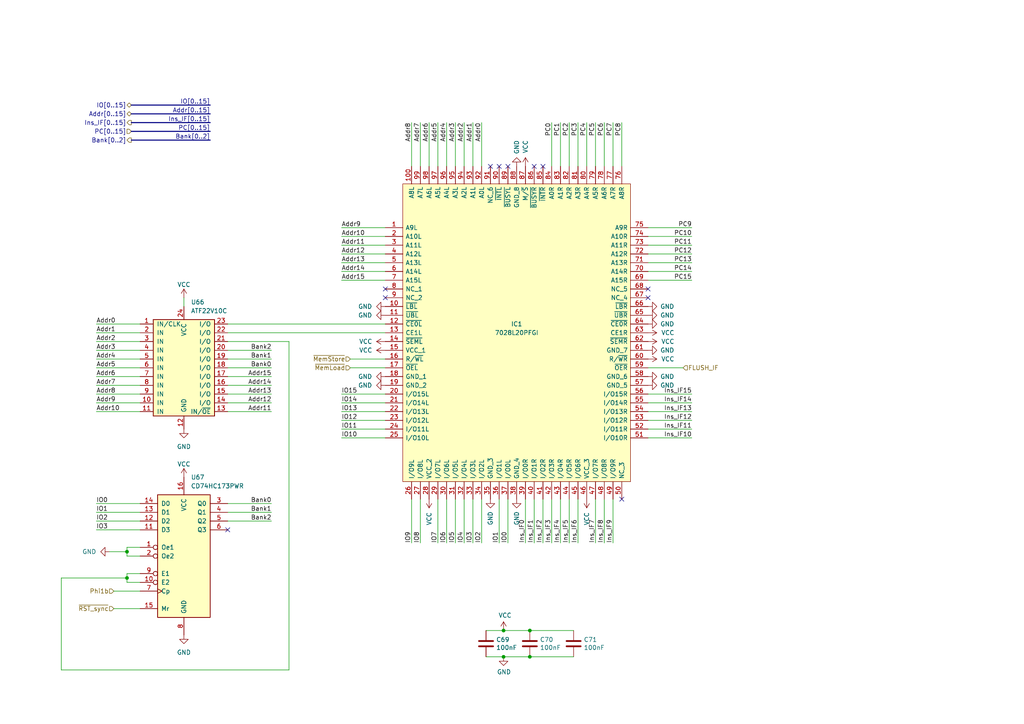
<source format=kicad_sch>
(kicad_sch (version 20211123) (generator eeschema)
  (paper "A4")
  (title_block (title "Turtle16: RAM") (date "2022-09-25") (rev "C") (comment 3 "instruction on the second read port.") (comment 4 "RAM is implemented with a 64K x 16 dual port SRAM so that the IF stage can fetch an"))
  (lib_symbols
    (symbol "74xx:74LS173" (pin_names (offset 1.016))
      (property "Reference" "U" (at -7.62 19.05 0))
      (property "Value" "74LS173" (at -7.62 -19.05 0))
      (symbol "74LS173_1_0"
        (pin input inverted (at -12.7 2.54 0) (length 5.08) (name "Oe1") (number "1"))
        (pin input inverted (at -12.7 -7.62 0) (length 5.08) (name "E2") (number "10"))
        (pin input line (at -12.7 7.62 0) (length 5.08) (name "D3") (number "11"))
        (pin input line (at -12.7 10.16 0) (length 5.08) (name "D2") (number "12"))
        (pin input line (at -12.7 12.7 0) (length 5.08) (name "D1") (number "13"))
        (pin input line (at -12.7 15.24 0) (length 5.08) (name "D0") (number "14"))
        (pin input line (at -12.7 -15.24 0) (length 5.08) (name "Mr") (number "15"))
        (pin power_in line (at 0 22.86 270) (length 5.08) (name "VCC") (number "16"))
        (pin input inverted (at -12.7 0 0) (length 5.08) (name "Oe2") (number "2"))
        (pin tri_state line (at 12.7 15.24 180) (length 5.08) (name "Q0") (number "3"))
        (pin tri_state line (at 12.7 12.7 180) (length 5.08) (name "Q1") (number "4"))
        (pin tri_state line (at 12.7 10.16 180) (length 5.08) (name "Q2") (number "5"))
        (pin tri_state line (at 12.7 7.62 180) (length 5.08) (name "Q3") (number "6"))
        (pin input clock (at -12.7 -10.16 0) (length 5.08) (name "Cp") (number "7"))
        (pin power_in line (at 0 -22.86 90) (length 5.08) (name "GND") (number "8"))
        (pin input inverted (at -12.7 -5.08 0) (length 5.08) (name "E1") (number "9"))
      )
      (symbol "74LS173_1_1"
        (rectangle (start -7.62 17.78) (end 7.62 -17.78) (stroke (width 0.254)) (fill (type background)))
      )
    )
    (symbol "Device:C" (pin_numbers hide) (pin_names (offset 0.254))
      (property "Reference" "C" (at 0.635 2.54 0))
      (property "Value" "C" (at 0.635 -2.54 0))
      (symbol "C_0_1"
        (polyline (pts (xy -2.032 -0.762) (xy 2.032 -0.762)) (stroke (width 0.508)))
        (polyline (pts (xy -2.032 0.762) (xy 2.032 0.762)) (stroke (width 0.508)))
      )
      (symbol "C_1_1"
        (pin passive line (at 0 3.81 270) (length 2.794) (name "~") (number "1"))
        (pin passive line (at 0 -3.81 90) (length 2.794) (name "~") (number "2"))
      )
    )
    (symbol "MEMModule-rescue:ATF22V10C-Logic_Programmable" (pin_names (offset 1.016))
      (property "Reference" "U" (at -7.62 17.78 0))
      (property "Value" "ATF22V10C-Logic_Programmable" (at -7.62 15.24 0))
      (symbol "ATF22V10C-Logic_Programmable_1_1"
        (rectangle (start -8.89 -15.24) (end 8.89 12.7) (stroke (width 0.254)) (fill (type background)))
        (pin input line (at -12.7 11.43 0) (length 3.81) (name "IN/CLK") (number "1"))
        (pin input line (at -12.7 -11.43 0) (length 3.81) (name "IN") (number "10"))
        (pin input line (at -12.7 -13.97 0) (length 3.81) (name "IN") (number "11"))
        (pin power_in line (at 0 -19.05 90) (length 3.81) (name "GND") (number "12"))
        (pin input line (at 12.7 -13.97 180) (length 3.81) (name "IN/~{OE}") (number "13"))
        (pin passive line (at 12.7 -11.43 180) (length 3.81) (name "I/O") (number "14"))
        (pin passive line (at 12.7 -8.89 180) (length 3.81) (name "I/O") (number "15"))
        (pin passive line (at 12.7 -6.35 180) (length 3.81) (name "I/O") (number "16"))
        (pin passive line (at 12.7 -3.81 180) (length 3.81) (name "I/O") (number "17"))
        (pin passive line (at 12.7 -1.27 180) (length 3.81) (name "I/O") (number "18"))
        (pin passive line (at 12.7 1.27 180) (length 3.81) (name "I/O") (number "19"))
        (pin input line (at -12.7 8.89 0) (length 3.81) (name "IN") (number "2"))
        (pin passive line (at 12.7 3.81 180) (length 3.81) (name "I/O") (number "20"))
        (pin passive line (at 12.7 6.35 180) (length 3.81) (name "I/O") (number "21"))
        (pin passive line (at 12.7 8.89 180) (length 3.81) (name "I/O") (number "22"))
        (pin passive line (at 12.7 11.43 180) (length 3.81) (name "I/O") (number "23"))
        (pin power_in line (at 0 16.51 270) (length 3.81) (name "VCC") (number "24"))
        (pin input line (at -12.7 6.35 0) (length 3.81) (name "IN") (number "3"))
        (pin input line (at -12.7 3.81 0) (length 3.81) (name "IN") (number "4"))
        (pin input line (at -12.7 1.27 0) (length 3.81) (name "IN") (number "5"))
        (pin input line (at -12.7 -1.27 0) (length 3.81) (name "IN") (number "6"))
        (pin input line (at -12.7 -3.81 0) (length 3.81) (name "IN") (number "7"))
        (pin input line (at -12.7 -6.35 0) (length 3.81) (name "IN") (number "8"))
        (pin input line (at -12.7 -8.89 0) (length 3.81) (name "IN") (number "9"))
      )
    )
    (symbol "Memory_RAM:7028L20PFGI" (pin_names (offset 0.762))
      (property "Reference" "IC" (at 72.39 17.78 0))
      (property "Value" "7028L20PFGI" (at 72.39 15.24 0))
      (symbol "7028L20PFGI_0_0"
        (pin passive line (at 0 0 0) (length 5.08) (name "A9L") (number "1"))
        (pin passive line (at 0 -22.86 0) (length 5.08) (name "~{LBL}") (number "10"))
        (pin passive line (at 7.62 17.78 270) (length 5.08) (name "A8L") (number "100"))
        (pin passive line (at 0 -25.4 0) (length 5.08) (name "~{UBL}") (number "11"))
        (pin passive line (at 0 -27.94 0) (length 5.08) (name "~{CE0L}") (number "12"))
        (pin passive line (at 0 -30.48 0) (length 5.08) (name "CE1L") (number "13"))
        (pin passive line (at 0 -33.02 0) (length 5.08) (name "~{SEML}") (number "14"))
        (pin passive line (at 0 -35.56 0) (length 5.08) (name "VCC_1") (number "15"))
        (pin passive line (at 0 -38.1 0) (length 5.08) (name "R/~{WL}") (number "16"))
        (pin passive line (at 0 -40.64 0) (length 5.08) (name "~{OEL}") (number "17"))
        (pin passive line (at 0 -43.18 0) (length 5.08) (name "GND_1") (number "18"))
        (pin passive line (at 0 -45.72 0) (length 5.08) (name "GND_2") (number "19"))
        (pin passive line (at 0 -2.54 0) (length 5.08) (name "A10L") (number "2"))
        (pin passive line (at 0 -48.26 0) (length 5.08) (name "I/O15L") (number "20"))
        (pin passive line (at 0 -50.8 0) (length 5.08) (name "I/O14L") (number "21"))
        (pin passive line (at 0 -53.34 0) (length 5.08) (name "I/O13L") (number "22"))
        (pin passive line (at 0 -55.88 0) (length 5.08) (name "I/O12L") (number "23"))
        (pin passive line (at 0 -58.42 0) (length 5.08) (name "I/O11L") (number "24"))
        (pin passive line (at 0 -60.96 0) (length 5.08) (name "I/O10L") (number "25"))
        (pin passive line (at 7.62 -78.74 90) (length 5.08) (name "I/O9L") (number "26"))
        (pin passive line (at 10.16 -78.74 90) (length 5.08) (name "I/O8L") (number "27"))
        (pin passive line (at 12.7 -78.74 90) (length 5.08) (name "VCC_2") (number "28"))
        (pin passive line (at 15.24 -78.74 90) (length 5.08) (name "I/O7L") (number "29"))
        (pin passive line (at 0 -5.08 0) (length 5.08) (name "A11L") (number "3"))
        (pin passive line (at 17.78 -78.74 90) (length 5.08) (name "I/O6L") (number "30"))
        (pin passive line (at 20.32 -78.74 90) (length 5.08) (name "I/O5L") (number "31"))
        (pin passive line (at 22.86 -78.74 90) (length 5.08) (name "I/O4L") (number "32"))
        (pin passive line (at 25.4 -78.74 90) (length 5.08) (name "I/O3L") (number "33"))
        (pin passive line (at 27.94 -78.74 90) (length 5.08) (name "I/O2L") (number "34"))
        (pin passive line (at 30.48 -78.74 90) (length 5.08) (name "GND_3") (number "35"))
        (pin passive line (at 33.02 -78.74 90) (length 5.08) (name "I/O1L") (number "36"))
        (pin passive line (at 35.56 -78.74 90) (length 5.08) (name "I/O0L") (number "37"))
        (pin passive line (at 38.1 -78.74 90) (length 5.08) (name "GND_4") (number "38"))
        (pin passive line (at 40.64 -78.74 90) (length 5.08) (name "I/O0R") (number "39"))
        (pin passive line (at 0 -7.62 0) (length 5.08) (name "A12L") (number "4"))
        (pin passive line (at 43.18 -78.74 90) (length 5.08) (name "I/O1R") (number "40"))
        (pin passive line (at 45.72 -78.74 90) (length 5.08) (name "I/O2R") (number "41"))
        (pin passive line (at 48.26 -78.74 90) (length 5.08) (name "I/O3R") (number "42"))
        (pin passive line (at 50.8 -78.74 90) (length 5.08) (name "I/O4R") (number "43"))
        (pin passive line (at 53.34 -78.74 90) (length 5.08) (name "I/O5R") (number "44"))
        (pin passive line (at 55.88 -78.74 90) (length 5.08) (name "I/O6R") (number "45"))
        (pin passive line (at 58.42 -78.74 90) (length 5.08) (name "VCC_3") (number "46"))
        (pin passive line (at 60.96 -78.74 90) (length 5.08) (name "I/O7R") (number "47"))
        (pin passive line (at 63.5 -78.74 90) (length 5.08) (name "I/O8R") (number "48"))
        (pin passive line (at 66.04 -78.74 90) (length 5.08) (name "I/O9R") (number "49"))
        (pin passive line (at 0 -10.16 0) (length 5.08) (name "A13L") (number "5"))
        (pin passive line (at 68.58 -78.74 90) (length 5.08) (name "NC_3") (number "50"))
        (pin passive line (at 76.2 -60.96 180) (length 5.08) (name "I/O10R") (number "51"))
        (pin passive line (at 76.2 -58.42 180) (length 5.08) (name "I/O11R") (number "52"))
        (pin passive line (at 76.2 -55.88 180) (length 5.08) (name "I/O12R") (number "53"))
        (pin passive line (at 76.2 -53.34 180) (length 5.08) (name "I/O13R") (number "54"))
        (pin passive line (at 76.2 -50.8 180) (length 5.08) (name "I/O14R") (number "55"))
        (pin passive line (at 76.2 -48.26 180) (length 5.08) (name "I/O15R") (number "56"))
        (pin passive line (at 76.2 -45.72 180) (length 5.08) (name "GND_5") (number "57"))
        (pin passive line (at 76.2 -43.18 180) (length 5.08) (name "GND_6") (number "58"))
        (pin passive line (at 76.2 -40.64 180) (length 5.08) (name "~{OER}") (number "59"))
        (pin passive line (at 0 -12.7 0) (length 5.08) (name "A14L") (number "6"))
        (pin passive line (at 76.2 -38.1 180) (length 5.08) (name "R/~{WR}") (number "60"))
        (pin passive line (at 76.2 -35.56 180) (length 5.08) (name "GND_7") (number "61"))
        (pin passive line (at 76.2 -33.02 180) (length 5.08) (name "~{SEMR}") (number "62"))
        (pin passive line (at 76.2 -30.48 180) (length 5.08) (name "CE1R") (number "63"))
        (pin passive line (at 76.2 -27.94 180) (length 5.08) (name "~{CE0R}") (number "64"))
        (pin passive line (at 76.2 -25.4 180) (length 5.08) (name "~{UBR}") (number "65"))
        (pin passive line (at 76.2 -22.86 180) (length 5.08) (name "~{LBR}") (number "66"))
        (pin passive line (at 76.2 -20.32 180) (length 5.08) (name "NC_4") (number "67"))
        (pin passive line (at 76.2 -17.78 180) (length 5.08) (name "NC_5") (number "68"))
        (pin passive line (at 76.2 -15.24 180) (length 5.08) (name "A15R") (number "69"))
        (pin passive line (at 0 -15.24 0) (length 5.08) (name "A15L") (number "7"))
        (pin passive line (at 76.2 -12.7 180) (length 5.08) (name "A14R") (number "70"))
        (pin passive line (at 76.2 -10.16 180) (length 5.08) (name "A13R") (number "71"))
        (pin passive line (at 76.2 -7.62 180) (length 5.08) (name "A12R") (number "72"))
        (pin passive line (at 76.2 -5.08 180) (length 5.08) (name "A11R") (number "73"))
        (pin passive line (at 76.2 -2.54 180) (length 5.08) (name "A10R") (number "74"))
        (pin passive line (at 76.2 0 180) (length 5.08) (name "A9R") (number "75"))
        (pin passive line (at 68.58 17.78 270) (length 5.08) (name "A8R") (number "76"))
        (pin passive line (at 66.04 17.78 270) (length 5.08) (name "A7R") (number "77"))
        (pin passive line (at 63.5 17.78 270) (length 5.08) (name "A6R") (number "78"))
        (pin passive line (at 60.96 17.78 270) (length 5.08) (name "A5R") (number "79"))
        (pin passive line (at 0 -17.78 0) (length 5.08) (name "NC_1") (number "8"))
        (pin passive line (at 58.42 17.78 270) (length 5.08) (name "A4R") (number "80"))
        (pin passive line (at 55.88 17.78 270) (length 5.08) (name "A3R") (number "81"))
        (pin passive line (at 53.34 17.78 270) (length 5.08) (name "A2R") (number "82"))
        (pin passive line (at 50.8 17.78 270) (length 5.08) (name "A1R") (number "83"))
        (pin passive line (at 48.26 17.78 270) (length 5.08) (name "A0R") (number "84"))
        (pin passive line (at 45.72 17.78 270) (length 5.08) (name "~{INTR}") (number "85"))
        (pin passive line (at 43.18 17.78 270) (length 5.08) (name "~{BUSYR}") (number "86"))
        (pin passive line (at 40.64 17.78 270) (length 5.08) (name "M/~{S}") (number "87"))
        (pin passive line (at 38.1 17.78 270) (length 5.08) (name "GND_8") (number "88"))
        (pin passive line (at 35.56 17.78 270) (length 5.08) (name "~{BUSYL}") (number "89"))
        (pin passive line (at 0 -20.32 0) (length 5.08) (name "NC_2") (number "9"))
        (pin passive line (at 33.02 17.78 270) (length 5.08) (name "~{INTL}") (number "90"))
        (pin passive line (at 30.48 17.78 270) (length 5.08) (name "NC_6") (number "91"))
        (pin passive line (at 27.94 17.78 270) (length 5.08) (name "A0L") (number "92"))
        (pin passive line (at 25.4 17.78 270) (length 5.08) (name "A1L") (number "93"))
        (pin passive line (at 22.86 17.78 270) (length 5.08) (name "A2L") (number "94"))
        (pin passive line (at 20.32 17.78 270) (length 5.08) (name "A3L") (number "95"))
        (pin passive line (at 17.78 17.78 270) (length 5.08) (name "A4L") (number "96"))
        (pin passive line (at 15.24 17.78 270) (length 5.08) (name "A5L") (number "97"))
        (pin passive line (at 12.7 17.78 270) (length 5.08) (name "A6L") (number "98"))
        (pin passive line (at 10.16 17.78 270) (length 5.08) (name "A7L") (number "99"))
      )
      (symbol "7028L20PFGI_0_1"
        (polyline (pts (xy 5.08 12.7) (xy 71.12 12.7) (xy 71.12 -73.66) (xy 5.08 -73.66) (xy 5.08 12.7)) (stroke (width 0.1524)) (fill (type background)))
      )
    )
    (symbol "power:GND" (power) (pin_names (offset 0))
      (property "Value" "GND" (at 0 -3.81 0))
      (symbol "GND_0_1"
        (polyline (pts (xy 0 0) (xy 0 -1.27) (xy 1.27 -1.27) (xy 0 -2.54) (xy -1.27 -1.27) (xy 0 -1.27)))
      )
      (symbol "GND_1_1"
        (pin power_in line (at 0 0 270) (length 0) hide (name "GND") (number "1"))
      )
    )
    (symbol "power:VCC" (power) (pin_names (offset 0))
      (property "Value" "VCC" (at 0 3.81 0))
      (symbol "VCC_0_1"
        (polyline (pts (xy -0.762 1.27) (xy 0 2.54)))
        (polyline (pts (xy 0 0) (xy 0 2.54)))
        (polyline (pts (xy 0 2.54) (xy 0.762 1.27)))
      )
      (symbol "VCC_1_1"
        (pin power_in line (at 0 0 90) (length 0) hide (name "VCC") (number "1"))
      )
    )
  )
  (junction (at 146.05 182.88))
  (junction (at 146.05 190.5))
  (junction (at 153.67 182.88))
  (junction (at 36.83 167.64))
  (junction (at 36.83 160.02))
  (junction (at 153.67 190.5))
  (no_connect (at 66.04 153.67))
  (no_connect (at 157.48 48.26))
  (no_connect (at 154.94 48.26))
  (no_connect (at 144.78 48.26))
  (no_connect (at 147.32 48.26))
  (no_connect (at 111.76 83.82))
  (no_connect (at 111.76 86.36))
  (no_connect (at 180.34 144.78))
  (no_connect (at 142.24 48.26))
  (no_connect (at 187.96 83.82))
  (no_connect (at 187.96 86.36))
  (wire (pts (xy 27.94 146.05) (xy 40.64 146.05)))
  (bus (pts (xy 38.1 40.64) (xy 60.96 40.64)))
  (wire (pts (xy 27.94 101.6) (xy 40.64 101.6)))
  (wire (pts (xy 27.94 114.3) (xy 40.64 114.3)))
  (wire (pts (xy 27.94 151.13) (xy 40.64 151.13)))
  (wire (pts (xy 180.34 35.56) (xy 180.34 48.26)))
  (wire (pts (xy 78.74 116.84) (xy 66.04 116.84)))
  (wire (pts (xy 17.78 194.31) (xy 83.82 194.31)))
  (wire (pts (xy 200.66 127) (xy 187.96 127)))
  (wire (pts (xy 66.04 99.06) (xy 83.82 99.06)))
  (wire (pts (xy 36.83 166.37) (xy 36.83 167.64)))
  (wire (pts (xy 40.64 158.75) (xy 36.83 158.75)))
  (wire (pts (xy 27.94 119.38) (xy 40.64 119.38)))
  (wire (pts (xy 27.94 148.59) (xy 40.64 148.59)))
  (wire (pts (xy 27.94 104.14) (xy 40.64 104.14)))
  (wire (pts (xy 78.74 114.3) (xy 66.04 114.3)))
  (wire (pts (xy 99.06 114.3) (xy 111.76 114.3)))
  (wire (pts (xy 134.62 157.48) (xy 134.62 144.78)))
  (wire (pts (xy 144.78 157.48) (xy 144.78 144.78)))
  (wire (pts (xy 167.64 157.48) (xy 167.64 144.78)))
  (wire (pts (xy 124.46 35.56) (xy 124.46 48.26)))
  (wire (pts (xy 132.08 157.48) (xy 132.08 144.78)))
  (wire (pts (xy 27.94 93.98) (xy 40.64 93.98)))
  (wire (pts (xy 27.94 109.22) (xy 40.64 109.22)))
  (wire (pts (xy 36.83 167.64) (xy 17.78 167.64)))
  (bus (pts (xy 38.1 35.56) (xy 60.96 35.56)))
  (wire (pts (xy 119.38 35.56) (xy 119.38 48.26)))
  (wire (pts (xy 167.64 35.56) (xy 167.64 48.26)))
  (wire (pts (xy 162.56 35.56) (xy 162.56 48.26)))
  (wire (pts (xy 78.74 151.13) (xy 66.04 151.13)))
  (wire (pts (xy 27.94 96.52) (xy 40.64 96.52)))
  (wire (pts (xy 200.66 124.46) (xy 187.96 124.46)))
  (wire (pts (xy 36.83 158.75) (xy 36.83 160.02)))
  (wire (pts (xy 99.06 68.58) (xy 111.76 68.58)))
  (wire (pts (xy 99.06 78.74) (xy 111.76 78.74)))
  (wire (pts (xy 99.06 119.38) (xy 111.76 119.38)))
  (wire (pts (xy 78.74 101.6) (xy 66.04 101.6)))
  (wire (pts (xy 53.34 86.36) (xy 53.34 88.9)))
  (wire (pts (xy 36.83 168.91) (xy 40.64 168.91)))
  (wire (pts (xy 129.54 157.48) (xy 129.54 144.78)))
  (wire (pts (xy 200.66 78.74) (xy 187.96 78.74)))
  (wire (pts (xy 175.26 157.48) (xy 175.26 144.78)))
  (wire (pts (xy 33.02 171.45) (xy 40.64 171.45)))
  (wire (pts (xy 140.97 182.88) (xy 146.05 182.88)))
  (wire (pts (xy 172.72 35.56) (xy 172.72 48.26)))
  (wire (pts (xy 99.06 73.66) (xy 111.76 73.66)))
  (wire (pts (xy 200.66 76.2) (xy 187.96 76.2)))
  (wire (pts (xy 36.83 167.64) (xy 36.83 168.91)))
  (wire (pts (xy 200.66 71.12) (xy 187.96 71.12)))
  (wire (pts (xy 200.66 81.28) (xy 187.96 81.28)))
  (wire (pts (xy 147.32 157.48) (xy 147.32 144.78)))
  (wire (pts (xy 121.92 157.48) (xy 121.92 144.78)))
  (wire (pts (xy 129.54 35.56) (xy 129.54 48.26)))
  (wire (pts (xy 78.74 146.05) (xy 66.04 146.05)))
  (wire (pts (xy 177.8 157.48) (xy 177.8 144.78)))
  (wire (pts (xy 99.06 121.92) (xy 111.76 121.92)))
  (wire (pts (xy 78.74 119.38) (xy 66.04 119.38)))
  (wire (pts (xy 83.82 99.06) (xy 83.82 194.31)))
  (wire (pts (xy 66.04 93.98) (xy 111.76 93.98)))
  (wire (pts (xy 170.18 35.56) (xy 170.18 48.26)))
  (wire (pts (xy 99.06 71.12) (xy 111.76 71.12)))
  (wire (pts (xy 137.16 35.56) (xy 137.16 48.26)))
  (wire (pts (xy 132.08 35.56) (xy 132.08 48.26)))
  (wire (pts (xy 153.67 190.5) (xy 146.05 190.5)))
  (wire (pts (xy 200.66 68.58) (xy 187.96 68.58)))
  (wire (pts (xy 33.02 176.53) (xy 40.64 176.53)))
  (wire (pts (xy 200.66 121.92) (xy 187.96 121.92)))
  (wire (pts (xy 121.92 35.56) (xy 121.92 48.26)))
  (wire (pts (xy 200.66 73.66) (xy 187.96 73.66)))
  (wire (pts (xy 17.78 167.64) (xy 17.78 194.31)))
  (wire (pts (xy 27.94 106.68) (xy 40.64 106.68)))
  (wire (pts (xy 172.72 157.48) (xy 172.72 144.78)))
  (wire (pts (xy 127 157.48) (xy 127 144.78)))
  (wire (pts (xy 166.37 190.5) (xy 153.67 190.5)))
  (wire (pts (xy 27.94 111.76) (xy 40.64 111.76)))
  (wire (pts (xy 27.94 99.06) (xy 40.64 99.06)))
  (bus (pts (xy 38.1 38.1) (xy 60.96 38.1)))
  (wire (pts (xy 200.66 114.3) (xy 187.96 114.3)))
  (wire (pts (xy 99.06 127) (xy 111.76 127)))
  (wire (pts (xy 137.16 157.48) (xy 137.16 144.78)))
  (wire (pts (xy 175.26 35.56) (xy 175.26 48.26)))
  (wire (pts (xy 78.74 104.14) (xy 66.04 104.14)))
  (wire (pts (xy 165.1 35.56) (xy 165.1 48.26)))
  (wire (pts (xy 99.06 81.28) (xy 111.76 81.28)))
  (wire (pts (xy 119.38 157.48) (xy 119.38 144.78)))
  (wire (pts (xy 78.74 148.59) (xy 66.04 148.59)))
  (wire (pts (xy 101.6 104.14) (xy 111.76 104.14)))
  (wire (pts (xy 177.8 35.56) (xy 177.8 48.26)))
  (wire (pts (xy 162.56 157.48) (xy 162.56 144.78)))
  (wire (pts (xy 78.74 109.22) (xy 66.04 109.22)))
  (wire (pts (xy 27.94 116.84) (xy 40.64 116.84)))
  (wire (pts (xy 154.94 157.48) (xy 154.94 144.78)))
  (wire (pts (xy 146.05 182.88) (xy 153.67 182.88)))
  (wire (pts (xy 78.74 111.76) (xy 66.04 111.76)))
  (wire (pts (xy 66.04 96.52) (xy 111.76 96.52)))
  (wire (pts (xy 36.83 160.02) (xy 36.83 161.29)))
  (wire (pts (xy 127 35.56) (xy 127 48.26)))
  (wire (pts (xy 200.66 116.84) (xy 187.96 116.84)))
  (wire (pts (xy 139.7 35.56) (xy 139.7 48.26)))
  (wire (pts (xy 99.06 124.46) (xy 111.76 124.46)))
  (wire (pts (xy 78.74 106.68) (xy 66.04 106.68)))
  (wire (pts (xy 146.05 190.5) (xy 140.97 190.5)))
  (wire (pts (xy 160.02 35.56) (xy 160.02 48.26)))
  (wire (pts (xy 134.62 35.56) (xy 134.62 48.26)))
  (wire (pts (xy 99.06 76.2) (xy 111.76 76.2)))
  (wire (pts (xy 157.48 157.48) (xy 157.48 144.78)))
  (wire (pts (xy 99.06 116.84) (xy 111.76 116.84)))
  (wire (pts (xy 27.94 153.67) (xy 40.64 153.67)))
  (wire (pts (xy 165.1 157.48) (xy 165.1 144.78)))
  (wire (pts (xy 160.02 157.48) (xy 160.02 144.78)))
  (wire (pts (xy 153.67 182.88) (xy 166.37 182.88)))
  (wire (pts (xy 198.12 106.68) (xy 187.96 106.68)))
  (wire (pts (xy 40.64 166.37) (xy 36.83 166.37)))
  (bus (pts (xy 38.1 30.48) (xy 60.96 30.48)))
  (wire (pts (xy 31.75 160.02) (xy 36.83 160.02)))
  (wire (pts (xy 36.83 161.29) (xy 40.64 161.29)))
  (wire (pts (xy 139.7 157.48) (xy 139.7 144.78)))
  (wire (pts (xy 101.6 106.68) (xy 111.76 106.68)))
  (bus (pts (xy 38.1 33.02) (xy 60.96 33.02)))
  (wire (pts (xy 200.66 119.38) (xy 187.96 119.38)))
  (wire (pts (xy 99.06 66.04) (xy 111.76 66.04)))
  (wire (pts (xy 200.66 66.04) (xy 187.96 66.04)))
  (wire (pts (xy 152.4 157.48) (xy 152.4 144.78)))
  (label "Ins_IF8" (at 175.26 157.48 90))
  (label "Ins_IF1" (at 154.94 157.48 90))
  (label "Addr0" (at 139.7 35.56 270))
  (label "Bank0" (at 78.74 146.05 180))
  (label "IO0" (at 147.32 157.48 90))
  (label "Ins_IF4" (at 162.56 157.48 90))
  (label "PC1" (at 162.56 35.56 270))
  (label "IO5" (at 132.08 157.48 90))
  (label "Ins_IF7" (at 172.72 157.48 90))
  (label "Bank2" (at 78.74 101.6 180))
  (label "IO0" (at 27.94 146.05 0))
  (label "IO2" (at 139.7 157.48 90))
  (label "Addr2" (at 134.62 35.56 270))
  (label "IO[0..15]" (at 60.96 30.48 180))
  (label "Ins_IF3" (at 160.02 157.48 90))
  (label "Ins_IF14" (at 200.66 116.84 180))
  (label "Bank2" (at 78.74 151.13 180))
  (label "IO1" (at 27.94 148.59 0))
  (label "Addr12" (at 78.74 116.84 180))
  (label "Ins_IF6" (at 167.64 157.48 90))
  (label "Ins_IF11" (at 200.66 124.46 180))
  (label "IO14" (at 99.06 116.84 0))
  (label "PC7" (at 177.8 35.56 270))
  (label "PC13" (at 200.66 76.2 180))
  (label "PC15" (at 200.66 81.28 180))
  (label "Addr9" (at 27.94 116.84 0))
  (label "Ins_IF12" (at 200.66 121.92 180))
  (label "Addr9" (at 99.06 66.04 0))
  (label "Bank[0..2]" (at 60.96 40.64 180))
  (label "Addr6" (at 124.46 35.56 270))
  (label "Addr13" (at 99.06 76.2 0))
  (label "PC[0..15]" (at 60.96 38.1 180))
  (label "Addr7" (at 121.92 35.56 270))
  (label "IO13" (at 99.06 119.38 0))
  (label "Addr5" (at 27.94 106.68 0))
  (label "PC4" (at 170.18 35.56 270))
  (label "Addr0" (at 27.94 93.98 0))
  (label "Ins_IF15" (at 200.66 114.3 180))
  (label "Addr14" (at 99.06 78.74 0))
  (label "Addr11" (at 99.06 71.12 0))
  (label "Ins_IF0" (at 152.4 157.48 90))
  (label "Addr10" (at 27.94 119.38 0))
  (label "Addr2" (at 27.94 99.06 0))
  (label "IO1" (at 144.78 157.48 90))
  (label "Bank1" (at 78.74 148.59 180))
  (label "IO15" (at 99.06 114.3 0))
  (label "Ins_IF[0..15]" (at 60.96 35.56 180))
  (label "Addr15" (at 99.06 81.28 0))
  (label "PC9" (at 200.66 66.04 180))
  (label "Addr14" (at 78.74 111.76 180))
  (label "Addr4" (at 27.94 104.14 0))
  (label "Addr7" (at 27.94 111.76 0))
  (label "Ins_IF2" (at 157.48 157.48 90))
  (label "Ins_IF10" (at 200.66 127 180))
  (label "IO3" (at 27.94 153.67 0))
  (label "IO8" (at 121.92 157.48 90))
  (label "IO6" (at 129.54 157.48 90))
  (label "Bank1" (at 78.74 104.14 180))
  (label "Ins_IF5" (at 165.1 157.48 90))
  (label "Ins_IF9" (at 177.8 157.48 90))
  (label "PC5" (at 172.72 35.56 270))
  (label "Addr15" (at 78.74 109.22 180))
  (label "IO7" (at 127 157.48 90))
  (label "Addr6" (at 27.94 109.22 0))
  (label "Addr12" (at 99.06 73.66 0))
  (label "Addr1" (at 137.16 35.56 270))
  (label "Addr10" (at 99.06 68.58 0))
  (label "Addr11" (at 78.74 119.38 180))
  (label "IO11" (at 99.06 124.46 0))
  (label "PC2" (at 165.1 35.56 270))
  (label "PC0" (at 160.02 35.56 270))
  (label "PC6" (at 175.26 35.56 270))
  (label "Ins_IF13" (at 200.66 119.38 180))
  (label "IO4" (at 134.62 157.48 90))
  (label "PC10" (at 200.66 68.58 180))
  (label "Addr8" (at 27.94 114.3 0))
  (label "Addr3" (at 132.08 35.56 270))
  (label "Bank0" (at 78.74 106.68 180))
  (label "IO2" (at 27.94 151.13 0))
  (label "PC3" (at 167.64 35.56 270))
  (label "PC14" (at 200.66 78.74 180))
  (label "Addr13" (at 78.74 114.3 180))
  (label "IO12" (at 99.06 121.92 0))
  (label "Addr[0..15]" (at 60.96 33.02 180))
  (label "Addr4" (at 129.54 35.56 270))
  (label "Addr5" (at 127 35.56 270))
  (label "Addr3" (at 27.94 101.6 0))
  (label "Addr1" (at 27.94 96.52 0))
  (label "PC11" (at 200.66 71.12 180))
  (label "Addr8" (at 119.38 35.56 270))
  (label "IO3" (at 137.16 157.48 90))
  (label "PC12" (at 200.66 73.66 180))
  (label "PC8" (at 180.34 35.56 270))
  (label "IO9" (at 119.38 157.48 90))
  (label "IO10" (at 99.06 127 0))
  (hierarchical_label "IO[0..15]" (shape tri_state) (at 38.1 30.48 180))
  (hierarchical_label "~{RST_sync}" (shape input) (at 33.02 176.53 180))
  (hierarchical_label "Bank[0..2]" (shape output) (at 38.1 40.64 180))
  (hierarchical_label "PC[0..15]" (shape input) (at 38.1 38.1 180))
  (hierarchical_label "Phi1b" (shape input) (at 33.02 171.45 180))
  (hierarchical_label "FLUSH_IF" (shape input) (at 198.12 106.68 0))
  (hierarchical_label "Addr[0..15]" (shape tri_state) (at 38.1 33.02 180))
  (hierarchical_label "Ins_IF[0..15]" (shape output) (at 38.1 35.56 180))
  (hierarchical_label "~{MemStore}" (shape input) (at 101.6 104.14 180))
  (hierarchical_label "~{MemLoad}" (shape input) (at 101.6 106.68 180))
  (symbol (lib_id "power:GND") (at 149.86 144.78 0) (unit 1)
    (property "Reference" "#PWR0377" (effects hide))
    (property "Value" "GND" (at 149.86 152.4 90) (effects (justify left)))
  )
  (symbol (lib_id "power:VCC") (at 170.18 144.78 0) (mirror x) (unit 1)
    (property "Reference" "#PWR0379" (effects hide))
    (property "Value" "VCC" (at 170.18 152.4 90) (effects (justify right)))
  )
  (symbol (lib_id "power:GND") (at 187.96 101.6 90) (unit 1)
    (property "Reference" "#PWR0385" (effects hide))
    (property "Value" "GND" (at 195.58 101.6 90) (effects (justify left)))
  )
  (symbol (lib_id "Device:C") (at 140.97 186.69 0) (unit 1)
    (property "Reference" "C69" (at 143.891 185.5216 0) (effects (justify left)))
    (property "Value" "100nF" (at 143.891 187.833 0) (effects (justify left)))
    (property "Footprint" "Capacitor_SMD:C_0603_1608Metric_Pad1.08x0.95mm_HandSolder" (effects hide))
    (property "Mouser" "https://www.mouser.com/ProductDetail/963-EMK107B7104KAHT" (effects hide))
  )
  (symbol (lib_id "Device:C") (at 153.67 186.69 0) (unit 1)
    (property "Reference" "C70" (at 156.591 185.5216 0) (effects (justify left)))
    (property "Value" "100nF" (at 156.591 187.833 0) (effects (justify left)))
    (property "Footprint" "Capacitor_SMD:C_0603_1608Metric_Pad1.08x0.95mm_HandSolder" (effects hide))
    (property "Mouser" "https://www.mouser.com/ProductDetail/963-EMK107B7104KAHT" (effects hide))
  )
  (symbol (lib_id "power:GND") (at 31.75 160.02 270) (unit 1)
    (property "Reference" "#PWR0361" (effects hide))
    (property "Value" "GND" (at 27.94 160.0199 90) (effects (justify right)))
  )
  (symbol (lib_id "power:VCC") (at 187.96 96.52 270) (mirror x) (unit 1)
    (property "Reference" "#PWR0383" (effects hide))
    (property "Value" "VCC" (at 191.77 96.5199 90) (effects (justify left)))
  )
  (symbol (lib_id "power:GND") (at 53.34 184.15 0) (unit 1)
    (property "Reference" "#PWR0365" (effects hide))
    (property "Value" "GND" (at 53.34 189.23 0))
  )
  (symbol (lib_id "power:VCC") (at 187.96 99.06 270) (mirror x) (unit 1)
    (property "Reference" "#PWR0384" (effects hide))
    (property "Value" "VCC" (at 191.77 99.0599 90) (effects (justify left)))
  )
  (symbol (lib_id "power:GND") (at 53.34 124.46 0) (unit 1)
    (property "Reference" "#PWR0363" (effects hide))
    (property "Value" "GND" (at 53.34 129.54 0))
  )
  (symbol (lib_id "power:VCC") (at 111.76 99.06 90) (mirror x) (unit 1)
    (property "Reference" "#PWR0368" (effects hide))
    (property "Value" "VCC" (at 104.14 99.06 90) (effects (justify right)))
  )
  (symbol (lib_id "power:VCC") (at 111.76 101.6 90) (mirror x) (unit 1)
    (property "Reference" "#PWR0369" (effects hide))
    (property "Value" "VCC" (at 104.14 101.6 90) (effects (justify right)))
  )
  (symbol (lib_id "power:GND") (at 187.96 88.9 90) (unit 1)
    (property "Reference" "#PWR0380" (effects hide))
    (property "Value" "GND" (at 195.58 88.9 90) (effects (justify left)))
  )
  (symbol (lib_id "power:VCC") (at 53.34 86.36 0) (unit 1)
    (property "Reference" "#PWR0362" (effects hide))
    (property "Value" "VCC" (at 53.34 82.55 0))
  )
  (symbol (lib_id "power:GND") (at 187.96 109.22 90) (unit 1)
    (property "Reference" "#PWR0387" (effects hide))
    (property "Value" "GND" (at 195.58 109.22 90) (effects (justify left)))
  )
  (symbol (lib_id "Device:C") (at 166.37 186.69 0) (unit 1)
    (property "Reference" "C71" (at 169.291 185.5216 0) (effects (justify left)))
    (property "Value" "100nF" (at 169.291 187.833 0) (effects (justify left)))
    (property "Footprint" "Capacitor_SMD:C_0603_1608Metric_Pad1.08x0.95mm_HandSolder" (effects hide))
    (property "Mouser" "https://www.mouser.com/ProductDetail/963-EMK107B7104KAHT" (effects hide))
  )
  (symbol (lib_id "power:GND") (at 146.05 190.5 0) (unit 1)
    (property "Reference" "#PWR0375" (effects hide))
    (property "Value" "GND" (at 146.177 194.8942 0))
  )
  (symbol (lib_id "power:GND") (at 111.76 109.22 270) (unit 1)
    (property "Reference" "#PWR0370" (effects hide))
    (property "Value" "GND" (at 107.95 109.2199 90) (effects (justify right)))
  )
  (symbol (lib_id "Memory_RAM:7028L20PFGI") (at 111.76 66.04 0) (unit 1)
    (property "Reference" "IC1" (at 149.86 93.98 0))
    (property "Value" "7028L20PFGI" (at 149.86 96.52 0))
    (property "Footprint" "Package_QFP:TQFP-100_14x14mm_P0.5mm" (effects hide))
    (property "Datasheet" "https://www.idt.com/document/dst/7028-data-sheet" (effects hide))
    (property "Description" "TQFP 14.0 X 14.0 X 1.4 MM" (effects hide))
    (property "Height" "1.6" (effects hide))
    (property "Manufacturer_Name" "IDT" (effects hide))
    (property "Manufacturer_Part_Number" "7028L20PFGI" (effects hide))
    (property "Mouser Part Number" "972-7028L20PFGI" (effects hide))
    (property "Mouser Price/Stock" "https://www.mouser.com/Search/Refine.aspx?Keyword=972-7028L20PFGI" (effects hide))
  )
  (symbol (lib_id "power:VCC") (at 152.4 48.26 0) (mirror y) (unit 1)
    (property "Reference" "#PWR0378" (effects hide))
    (property "Value" "VCC" (at 152.4 40.64 90) (effects (justify right)))
  )
  (symbol (lib_id "power:VCC") (at 53.34 138.43 0) (unit 1)
    (property "Reference" "#PWR0364" (effects hide))
    (property "Value" "VCC" (at 53.34 134.62 0))
  )
  (symbol (lib_id "power:GND") (at 111.76 88.9 270) (unit 1)
    (property "Reference" "#PWR0366" (effects hide))
    (property "Value" "GND" (at 107.95 88.8999 90) (effects (justify right)))
  )
  (symbol (lib_id "power:GND") (at 111.76 111.76 270) (unit 1)
    (property "Reference" "#PWR0371" (effects hide))
    (property "Value" "GND" (at 107.95 111.7599 90) (effects (justify right)))
  )
  (symbol (lib_id "power:VCC") (at 124.46 144.78 0) (mirror x) (unit 1)
    (property "Reference" "#PWR0372" (effects hide))
    (property "Value" "VCC" (at 124.46 152.4 90) (effects (justify right)))
  )
  (symbol (lib_id "power:GND") (at 149.86 48.26 180) (unit 1)
    (property "Reference" "#PWR0376" (effects hide))
    (property "Value" "GND" (at 149.86 40.64 90) (effects (justify left)))
  )
  (symbol (lib_id "power:VCC") (at 187.96 104.14 270) (mirror x) (unit 1)
    (property "Reference" "#PWR0386" (effects hide))
    (property "Value" "VCC" (at 191.77 104.1399 90) (effects (justify left)))
  )
  (symbol (lib_id "power:GND") (at 111.76 91.44 270) (unit 1)
    (property "Reference" "#PWR0367" (effects hide))
    (property "Value" "GND" (at 107.95 91.4399 90) (effects (justify right)))
  )
  (symbol (lib_id "74xx:74LS173") (at 53.34 161.29 0) (unit 1)
    (property "Reference" "U67" (at 55.3594 138.43 0) (effects (justify left)))
    (property "Value" "CD74HC173PWR" (at 55.3594 140.97 0) (effects (justify left)))
    (property "Footprint" "Package_SO:TSSOP-16_4.4x5mm_P0.65mm" (effects hide))
    (property "Datasheet" "http://www.ti.com/general/docs/suppproductinfo.tsp?distId=26&gotoUrl=http%3A%2F%2Fwww.ti.com%2Flit%2Fgpn%2Fcd74hc173" (effects hide))
    (property "Mouser" "https://www.mouser.com/ProductDetail/Texas-Instruments/CD74HC173PWR?qs=JD1fk4stihbsXf8KpXAZKQ%3D%3D" (effects hide))
  )
  (symbol (lib_id "power:VCC") (at 146.05 182.88 0) (unit 1)
    (property "Reference" "#PWR0374" (effects hide))
    (property "Value" "VCC" (at 146.4818 178.4858 0))
  )
  (symbol (lib_id "power:GND") (at 187.96 93.98 90) (unit 1)
    (property "Reference" "#PWR0382" (effects hide))
    (property "Value" "GND" (at 195.58 93.98 90) (effects (justify left)))
  )
  (symbol (lib_id "MEMModule-rescue:ATF22V10C-Logic_Programmable") (at 53.34 105.41 0) (unit 1)
    (property "Reference" "U66" (at 55.3594 87.63 0) (effects (justify left)))
    (property "Value" "ATF22V10C" (at 55.3594 90.17 0) (effects (justify left)))
    (property "Footprint" "Package_DIP:DIP-24_W7.62mm_Socket" (effects hide))
  )
  (symbol (lib_id "power:GND") (at 187.96 111.76 90) (unit 1)
    (property "Reference" "#PWR0388" (effects hide))
    (property "Value" "GND" (at 195.58 111.76 90) (effects (justify left)))
  )
  (symbol (lib_id "power:GND") (at 187.96 91.44 90) (unit 1)
    (property "Reference" "#PWR0381" (effects hide))
    (property "Value" "GND" (at 195.58 91.44 90) (effects (justify left)))
  )
  (symbol (lib_id "power:GND") (at 142.24 144.78 0) (unit 1)
    (property "Reference" "#PWR0373" (effects hide))
    (property "Value" "GND" (at 142.24 152.4 90) (effects (justify left)))
  )
)
</source>
